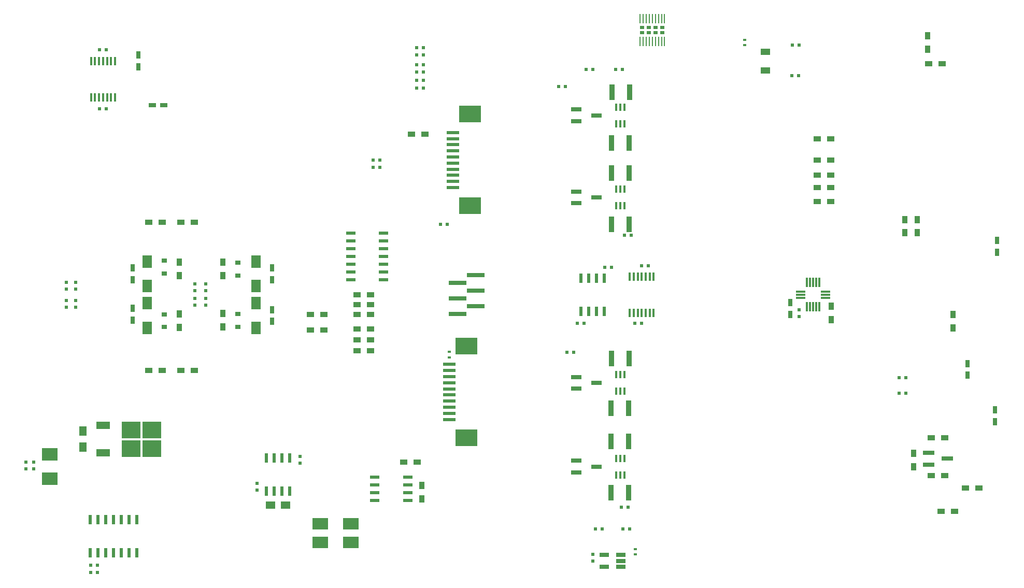
<source format=gbp>
G04 #@! TF.FileFunction,Paste,Bot*
%FSLAX46Y46*%
G04 Gerber Fmt 4.6, Leading zero omitted, Abs format (unit mm)*
G04 Created by KiCad (PCBNEW 4.0.7) date 06/22/19 18:16:55*
%MOMM*%
%LPD*%
G01*
G04 APERTURE LIST*
%ADD10C,0.100000*%
%ADD11R,1.550000X0.600000*%
%ADD12R,1.800000X0.800000*%
%ADD13R,0.450000X1.450000*%
%ADD14R,2.500000X2.000000*%
%ADD15R,0.750000X1.200000*%
%ADD16R,1.600000X2.000000*%
%ADD17R,1.500000X1.250000*%
%ADD18R,1.200000X0.750000*%
%ADD19R,0.900000X0.800000*%
%ADD20R,1.600000X1.000000*%
%ADD21R,3.000000X0.650000*%
%ADD22R,2.000000X0.610000*%
%ADD23R,3.600000X2.680000*%
%ADD24R,2.200000X1.200000*%
%ADD25R,3.050000X2.750000*%
%ADD26R,1.900000X0.800000*%
%ADD27R,0.400000X1.250000*%
%ADD28R,1.200000X0.900000*%
%ADD29R,0.900000X1.200000*%
%ADD30R,0.900000X2.500000*%
%ADD31R,0.600000X1.500000*%
%ADD32R,0.600000X1.550000*%
%ADD33R,0.300000X1.600000*%
%ADD34R,1.600000X0.300000*%
%ADD35R,0.600000X0.500000*%
%ADD36R,0.500000X0.600000*%
%ADD37R,2.500000X1.950000*%
%ADD38R,1.300000X1.500000*%
%ADD39R,0.600000X0.400000*%
%ADD40R,1.500000X0.600000*%
%ADD41R,1.560000X0.650000*%
%ADD42R,0.250000X1.550000*%
%ADD43R,0.660000X0.498000*%
G04 APERTURE END LIST*
D10*
D11*
X131800000Y-129795000D03*
X131800000Y-131065000D03*
X131800000Y-132335000D03*
X131800000Y-133605000D03*
X126400000Y-133605000D03*
X126400000Y-132335000D03*
X126400000Y-131065000D03*
X126400000Y-129795000D03*
D12*
X159350000Y-85050000D03*
X159350000Y-83150000D03*
X162650000Y-84100000D03*
D13*
X168050000Y-97050000D03*
X168700000Y-97050000D03*
X169350000Y-97050000D03*
X170000000Y-97050000D03*
X170650000Y-97050000D03*
X171300000Y-97050000D03*
X171950000Y-97050000D03*
X171950000Y-102950000D03*
X171300000Y-102950000D03*
X170650000Y-102950000D03*
X170000000Y-102950000D03*
X169350000Y-102950000D03*
X168700000Y-102950000D03*
X168050000Y-102950000D03*
D14*
X73300000Y-126100000D03*
X73300000Y-130100000D03*
D15*
X86800000Y-104150000D03*
X86800000Y-102250000D03*
D16*
X89200000Y-105400000D03*
X89200000Y-101400000D03*
D15*
X109600000Y-104350000D03*
X109600000Y-102450000D03*
D16*
X107000000Y-105400000D03*
X107000000Y-101400000D03*
D15*
X109600000Y-95650000D03*
X109600000Y-97550000D03*
X86800000Y-95650000D03*
X86800000Y-97550000D03*
D16*
X107000000Y-94600000D03*
X107000000Y-98600000D03*
X89200000Y-94600000D03*
X89200000Y-98600000D03*
D17*
X109350000Y-134400000D03*
X111850000Y-134400000D03*
D18*
X90050000Y-69000000D03*
X91950000Y-69000000D03*
D15*
X87800000Y-62750000D03*
X87800000Y-60850000D03*
D19*
X92000000Y-105300000D03*
X92000000Y-103200000D03*
X104000000Y-103150000D03*
X104000000Y-105250000D03*
X104000000Y-96850000D03*
X104000000Y-94750000D03*
X92000000Y-94450000D03*
X92000000Y-96550000D03*
D20*
X190250000Y-63350000D03*
X190250000Y-60350000D03*
D21*
X142900000Y-96825000D03*
X142900000Y-99365000D03*
X142900000Y-101905000D03*
X139900000Y-98095000D03*
X139900000Y-100635000D03*
X139900000Y-103175000D03*
D22*
X139200000Y-73500000D03*
X139200000Y-74500000D03*
X139200000Y-75500000D03*
X139200000Y-76500000D03*
X139200000Y-77500000D03*
X139200000Y-78500000D03*
X139200000Y-79500000D03*
X139200000Y-80500000D03*
X139200000Y-81500000D03*
X139200000Y-82500000D03*
D23*
X142000000Y-70510000D03*
X142000000Y-85490000D03*
D24*
X82000000Y-125880000D03*
X82000000Y-121320000D03*
D25*
X89975000Y-122075000D03*
X86625000Y-125125000D03*
X89975000Y-125125000D03*
X86625000Y-122075000D03*
D26*
X216900000Y-127750000D03*
X216900000Y-125850000D03*
X219900000Y-126800000D03*
D12*
X159350000Y-71650000D03*
X159350000Y-69750000D03*
X162650000Y-70700000D03*
D27*
X166500000Y-69350000D03*
X167150000Y-69350000D03*
X167150000Y-72050000D03*
X166500000Y-72050000D03*
X165850000Y-72050000D03*
X165850000Y-69350000D03*
D12*
X159350000Y-129050000D03*
X159350000Y-127150000D03*
X162650000Y-128100000D03*
D27*
X166500000Y-82750000D03*
X167150000Y-82750000D03*
X167150000Y-85450000D03*
X166500000Y-85450000D03*
X165850000Y-85450000D03*
X165850000Y-82750000D03*
X166500000Y-126750000D03*
X167150000Y-126750000D03*
X167150000Y-129450000D03*
X166500000Y-129450000D03*
X165850000Y-129450000D03*
X165850000Y-126750000D03*
D12*
X159350000Y-115350000D03*
X159350000Y-113450000D03*
X162650000Y-114400000D03*
D27*
X166500000Y-113050000D03*
X167150000Y-113050000D03*
X167150000Y-115750000D03*
X166500000Y-115750000D03*
X165850000Y-115750000D03*
X165850000Y-113050000D03*
D28*
X118100000Y-103200000D03*
X115900000Y-103200000D03*
X118100000Y-105800000D03*
X115900000Y-105800000D03*
D29*
X101600000Y-103100000D03*
X101600000Y-105300000D03*
D28*
X125700000Y-109200000D03*
X123500000Y-109200000D03*
X125700000Y-107400000D03*
X123500000Y-107400000D03*
X125700000Y-105600000D03*
X123500000Y-105600000D03*
X125700000Y-100000000D03*
X123500000Y-100000000D03*
X125700000Y-103200000D03*
X123500000Y-103200000D03*
X125700000Y-101600000D03*
X123500000Y-101600000D03*
X89500000Y-112400000D03*
X91700000Y-112400000D03*
X94700000Y-112400000D03*
X96900000Y-112400000D03*
D29*
X101600000Y-96900000D03*
X101600000Y-94700000D03*
X94500000Y-96850000D03*
X94500000Y-94650000D03*
D28*
X91700000Y-88200000D03*
X89500000Y-88200000D03*
X134600000Y-73800000D03*
X132400000Y-73800000D03*
X96900000Y-88200000D03*
X94700000Y-88200000D03*
X198650000Y-74500000D03*
X200850000Y-74500000D03*
X198650000Y-78000000D03*
X200850000Y-78000000D03*
X198650000Y-80500000D03*
X200850000Y-80500000D03*
X200850000Y-82500000D03*
X198650000Y-82500000D03*
D29*
X134100000Y-133400000D03*
X134100000Y-131200000D03*
X213000000Y-87700000D03*
X213000000Y-89900000D03*
X215000000Y-87700000D03*
X215000000Y-89900000D03*
D28*
X216900000Y-62250000D03*
X219100000Y-62250000D03*
D29*
X216750000Y-57650000D03*
X216750000Y-59850000D03*
X201000000Y-101900000D03*
X201000000Y-104100000D03*
X220900000Y-105400000D03*
X220900000Y-103200000D03*
X214400000Y-125900000D03*
X214400000Y-128100000D03*
D28*
X219500000Y-123400000D03*
X217300000Y-123400000D03*
X219500000Y-129600000D03*
X217300000Y-129600000D03*
D30*
X165150000Y-66900000D03*
X168050000Y-66900000D03*
X167950000Y-75200000D03*
X165050000Y-75200000D03*
X165050000Y-80100000D03*
X167950000Y-80100000D03*
X167950000Y-88500000D03*
X165050000Y-88500000D03*
X164950000Y-124000000D03*
X167850000Y-124000000D03*
X165050000Y-110400000D03*
X167950000Y-110400000D03*
D31*
X79890000Y-136750000D03*
X81160000Y-136750000D03*
X82430000Y-136750000D03*
X83700000Y-136750000D03*
X84970000Y-136750000D03*
X86240000Y-136750000D03*
X87510000Y-136750000D03*
X87510000Y-142150000D03*
X86240000Y-142150000D03*
X84970000Y-142150000D03*
X83700000Y-142150000D03*
X82430000Y-142150000D03*
X81160000Y-142150000D03*
X79890000Y-142150000D03*
D32*
X160095000Y-97300000D03*
X161365000Y-97300000D03*
X162635000Y-97300000D03*
X163905000Y-97300000D03*
X163905000Y-102700000D03*
X162635000Y-102700000D03*
X161365000Y-102700000D03*
X160095000Y-102700000D03*
D33*
X197000000Y-98000000D03*
X197500000Y-98000000D03*
X198000000Y-98000000D03*
X198500000Y-98000000D03*
X199000000Y-98000000D03*
D34*
X200000000Y-99500000D03*
X200000000Y-100000000D03*
X200000000Y-100500000D03*
D33*
X199000000Y-102000000D03*
X198500000Y-102000000D03*
X198000000Y-102000000D03*
X197500000Y-102000000D03*
X197000000Y-102000000D03*
D34*
X196000000Y-100500000D03*
X196000000Y-100000000D03*
X196000000Y-99500000D03*
D35*
X79950000Y-145400000D03*
X81050000Y-145400000D03*
X79950000Y-144200000D03*
X81050000Y-144200000D03*
D36*
X70700000Y-127350000D03*
X70700000Y-128450000D03*
X69400000Y-127350000D03*
X69400000Y-128450000D03*
X76000000Y-102050000D03*
X76000000Y-100950000D03*
X76000000Y-99050000D03*
X76000000Y-97950000D03*
X77500000Y-102050000D03*
X77500000Y-100950000D03*
X77500000Y-99050000D03*
X77500000Y-97950000D03*
D35*
X82550000Y-60000000D03*
X81450000Y-60000000D03*
X82550000Y-69600000D03*
X81450000Y-69600000D03*
D36*
X107200000Y-131950000D03*
X107200000Y-130850000D03*
X114200000Y-127550000D03*
X114200000Y-126450000D03*
D35*
X126150000Y-79200000D03*
X127250000Y-79200000D03*
X127250000Y-78000000D03*
X126150000Y-78000000D03*
D36*
X97000000Y-101750000D03*
X97000000Y-100650000D03*
X97000000Y-99350000D03*
X97000000Y-98250000D03*
X98800000Y-101750000D03*
X98800000Y-100650000D03*
X98800000Y-99350000D03*
X98800000Y-98250000D03*
D35*
X134350000Y-63600000D03*
X133250000Y-63600000D03*
X133250000Y-66200000D03*
X134350000Y-66200000D03*
X134350000Y-62400000D03*
X133250000Y-62400000D03*
X133250000Y-65000000D03*
X134350000Y-65000000D03*
X138250000Y-88500000D03*
X137150000Y-88500000D03*
X134350000Y-59600000D03*
X133250000Y-59600000D03*
X134350000Y-60800000D03*
X133250000Y-60800000D03*
X162450000Y-138250000D03*
X163550000Y-138250000D03*
X166950000Y-138250000D03*
X168050000Y-138250000D03*
X169950000Y-95300000D03*
X171050000Y-95300000D03*
X168850000Y-104700000D03*
X169950000Y-104700000D03*
X160950000Y-63200000D03*
X162050000Y-63200000D03*
X165750000Y-63200000D03*
X166850000Y-63200000D03*
X157750000Y-109400000D03*
X158850000Y-109400000D03*
X166650000Y-134700000D03*
X167750000Y-134700000D03*
X156450000Y-65950000D03*
X157550000Y-65950000D03*
X167150000Y-90300000D03*
X168250000Y-90300000D03*
D22*
X138600000Y-111400000D03*
X138600000Y-112400000D03*
X138600000Y-113400000D03*
X138600000Y-114400000D03*
X138600000Y-115400000D03*
X138600000Y-116400000D03*
X138600000Y-117400000D03*
X138600000Y-118400000D03*
X138600000Y-119400000D03*
X138600000Y-120400000D03*
D23*
X141400000Y-108410000D03*
X141400000Y-123390000D03*
D28*
X225100000Y-131600000D03*
X222900000Y-131600000D03*
X221100000Y-135400000D03*
X218900000Y-135400000D03*
D37*
X117500000Y-140525000D03*
X117500000Y-137475000D03*
X122500000Y-137475000D03*
X122500000Y-140525000D03*
D38*
X78700000Y-122250000D03*
X78700000Y-124950000D03*
D15*
X194250000Y-101300000D03*
X194250000Y-103200000D03*
D29*
X94500000Y-103150000D03*
X94500000Y-105350000D03*
D28*
X198650000Y-84750000D03*
X200850000Y-84750000D03*
D36*
X162000000Y-142450000D03*
X162000000Y-143550000D03*
D35*
X194550000Y-64200000D03*
X195650000Y-64200000D03*
X194650000Y-59200000D03*
X195750000Y-59200000D03*
X212050000Y-116100000D03*
X213150000Y-116100000D03*
D15*
X227700000Y-118850000D03*
X227700000Y-120750000D03*
D36*
X195750000Y-102450000D03*
X195750000Y-103550000D03*
D15*
X223200000Y-111250000D03*
X223200000Y-113150000D03*
D35*
X212050000Y-113600000D03*
X213150000Y-113600000D03*
D15*
X228100000Y-91150000D03*
X228100000Y-93050000D03*
D35*
X159450000Y-104700000D03*
X160550000Y-104700000D03*
X165050000Y-95500000D03*
X163950000Y-95500000D03*
D39*
X138600000Y-109350000D03*
X138600000Y-110250000D03*
D28*
X133300000Y-127400000D03*
X131100000Y-127400000D03*
D39*
X186800000Y-58350000D03*
X186800000Y-59250000D03*
X169000000Y-141550000D03*
X169000000Y-142450000D03*
D30*
X167850000Y-132400000D03*
X164950000Y-132400000D03*
X167850000Y-118600000D03*
X164950000Y-118600000D03*
D40*
X127850000Y-89940000D03*
X127850000Y-91210000D03*
X127850000Y-92480000D03*
X127850000Y-93750000D03*
X127850000Y-95020000D03*
X127850000Y-96290000D03*
X127850000Y-97560000D03*
X122450000Y-97560000D03*
X122450000Y-96290000D03*
X122450000Y-95020000D03*
X122450000Y-93750000D03*
X122450000Y-92480000D03*
X122450000Y-91210000D03*
X122450000Y-89940000D03*
D32*
X108695000Y-126700000D03*
X109965000Y-126700000D03*
X111235000Y-126700000D03*
X112505000Y-126700000D03*
X112505000Y-132100000D03*
X111235000Y-132100000D03*
X109965000Y-132100000D03*
X108695000Y-132100000D03*
D13*
X80050000Y-61850000D03*
X80700000Y-61850000D03*
X81350000Y-61850000D03*
X82000000Y-61850000D03*
X82650000Y-61850000D03*
X83300000Y-61850000D03*
X83950000Y-61850000D03*
X83950000Y-67750000D03*
X83300000Y-67750000D03*
X82650000Y-67750000D03*
X82000000Y-67750000D03*
X81350000Y-67750000D03*
X80700000Y-67750000D03*
X80050000Y-67750000D03*
D41*
X166600000Y-142550000D03*
X166600000Y-143500000D03*
X166600000Y-144450000D03*
X163900000Y-144450000D03*
X163900000Y-142550000D03*
D42*
X169750000Y-54850000D03*
X170250000Y-54850000D03*
X170750000Y-54850000D03*
X171250000Y-54850000D03*
X171750000Y-54850000D03*
X172250000Y-54850000D03*
X172750000Y-54850000D03*
X173250000Y-54850000D03*
X173750000Y-54850000D03*
X173750000Y-58650000D03*
X173250000Y-58650000D03*
X172750000Y-58650000D03*
X172250000Y-58650000D03*
X171750000Y-58650000D03*
X171250000Y-58650000D03*
X170750000Y-58650000D03*
X170250000Y-58650000D03*
X169750000Y-58650000D03*
D43*
X173400000Y-57165000D03*
X172300000Y-57165000D03*
X171200000Y-57165000D03*
X170100000Y-57165000D03*
X173400000Y-56335000D03*
X172300000Y-56335000D03*
X171200000Y-56335000D03*
X170100000Y-56335000D03*
M02*

</source>
